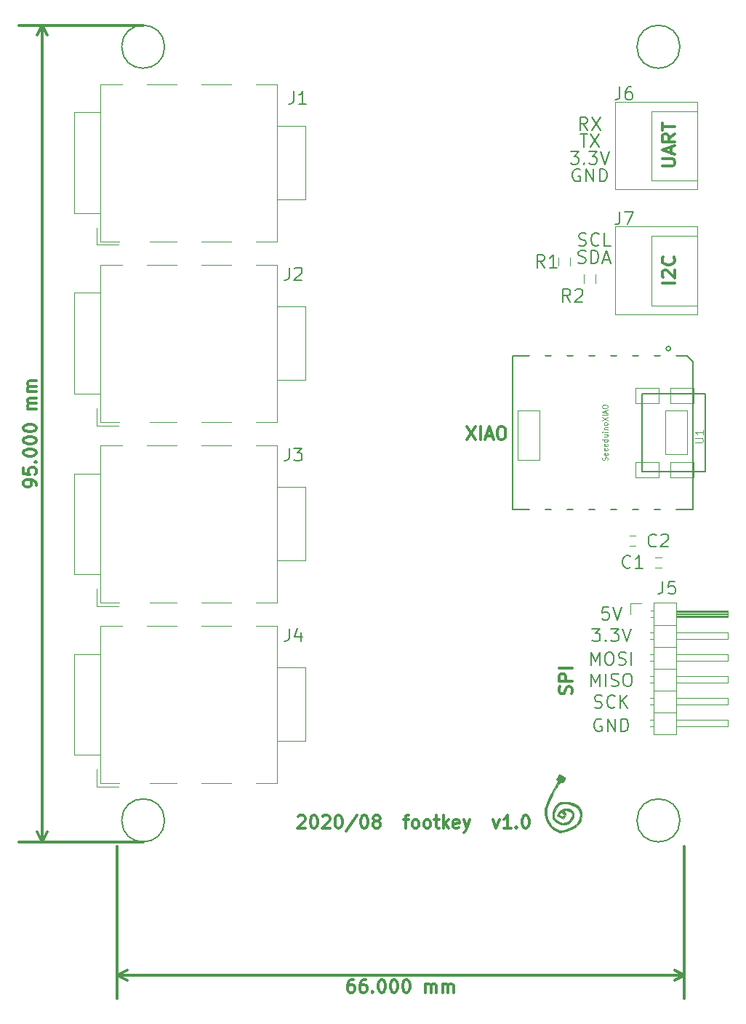
<source format=gto>
G04 #@! TF.FileFunction,Legend,Top*
%FSLAX46Y46*%
G04 Gerber Fmt 4.6, Leading zero omitted, Abs format (unit mm)*
G04 Created by KiCad (PCBNEW 4.0.7) date 09/24/20 20:34:46*
%MOMM*%
%LPD*%
G01*
G04 APERTURE LIST*
%ADD10C,0.200000*%
%ADD11C,0.300000*%
%ADD12C,0.150000*%
%ADD13C,0.002540*%
%ADD14C,0.100000*%
%ADD15C,0.120000*%
%ADD16C,0.127000*%
%ADD17C,0.066040*%
%ADD18C,0.101600*%
%ADD19C,0.076200*%
%ADD20C,1.524000*%
%ADD21R,1.200000X0.750000*%
%ADD22R,1.700000X1.700000*%
%ADD23O,1.700000X1.700000*%
%ADD24R,0.900000X1.200000*%
%ADD25O,1.998980X2.748280*%
%ADD26O,2.032000X1.016000*%
%ADD27C,1.143000*%
%ADD28C,3.000000*%
%ADD29R,3.000000X3.000000*%
G04 APERTURE END LIST*
D10*
D11*
X142078571Y-132071428D02*
X142078571Y-131785713D01*
X142007143Y-131642856D01*
X141935714Y-131571428D01*
X141721429Y-131428570D01*
X141435714Y-131357142D01*
X140864286Y-131357142D01*
X140721429Y-131428570D01*
X140650000Y-131499999D01*
X140578571Y-131642856D01*
X140578571Y-131928570D01*
X140650000Y-132071428D01*
X140721429Y-132142856D01*
X140864286Y-132214285D01*
X141221429Y-132214285D01*
X141364286Y-132142856D01*
X141435714Y-132071428D01*
X141507143Y-131928570D01*
X141507143Y-131642856D01*
X141435714Y-131499999D01*
X141364286Y-131428570D01*
X141221429Y-131357142D01*
X140578571Y-129999999D02*
X140578571Y-130714285D01*
X141292857Y-130785714D01*
X141221429Y-130714285D01*
X141150000Y-130571428D01*
X141150000Y-130214285D01*
X141221429Y-130071428D01*
X141292857Y-129999999D01*
X141435714Y-129928571D01*
X141792857Y-129928571D01*
X141935714Y-129999999D01*
X142007143Y-130071428D01*
X142078571Y-130214285D01*
X142078571Y-130571428D01*
X142007143Y-130714285D01*
X141935714Y-130785714D01*
X141935714Y-129285714D02*
X142007143Y-129214286D01*
X142078571Y-129285714D01*
X142007143Y-129357143D01*
X141935714Y-129285714D01*
X142078571Y-129285714D01*
X140578571Y-128285714D02*
X140578571Y-128142857D01*
X140650000Y-128000000D01*
X140721429Y-127928571D01*
X140864286Y-127857142D01*
X141150000Y-127785714D01*
X141507143Y-127785714D01*
X141792857Y-127857142D01*
X141935714Y-127928571D01*
X142007143Y-128000000D01*
X142078571Y-128142857D01*
X142078571Y-128285714D01*
X142007143Y-128428571D01*
X141935714Y-128500000D01*
X141792857Y-128571428D01*
X141507143Y-128642857D01*
X141150000Y-128642857D01*
X140864286Y-128571428D01*
X140721429Y-128500000D01*
X140650000Y-128428571D01*
X140578571Y-128285714D01*
X140578571Y-126857143D02*
X140578571Y-126714286D01*
X140650000Y-126571429D01*
X140721429Y-126500000D01*
X140864286Y-126428571D01*
X141150000Y-126357143D01*
X141507143Y-126357143D01*
X141792857Y-126428571D01*
X141935714Y-126500000D01*
X142007143Y-126571429D01*
X142078571Y-126714286D01*
X142078571Y-126857143D01*
X142007143Y-127000000D01*
X141935714Y-127071429D01*
X141792857Y-127142857D01*
X141507143Y-127214286D01*
X141150000Y-127214286D01*
X140864286Y-127142857D01*
X140721429Y-127071429D01*
X140650000Y-127000000D01*
X140578571Y-126857143D01*
X140578571Y-125428572D02*
X140578571Y-125285715D01*
X140650000Y-125142858D01*
X140721429Y-125071429D01*
X140864286Y-125000000D01*
X141150000Y-124928572D01*
X141507143Y-124928572D01*
X141792857Y-125000000D01*
X141935714Y-125071429D01*
X142007143Y-125142858D01*
X142078571Y-125285715D01*
X142078571Y-125428572D01*
X142007143Y-125571429D01*
X141935714Y-125642858D01*
X141792857Y-125714286D01*
X141507143Y-125785715D01*
X141150000Y-125785715D01*
X140864286Y-125714286D01*
X140721429Y-125642858D01*
X140650000Y-125571429D01*
X140578571Y-125428572D01*
X142078571Y-123142858D02*
X141078571Y-123142858D01*
X141221429Y-123142858D02*
X141150000Y-123071430D01*
X141078571Y-122928572D01*
X141078571Y-122714287D01*
X141150000Y-122571430D01*
X141292857Y-122500001D01*
X142078571Y-122500001D01*
X141292857Y-122500001D02*
X141150000Y-122428572D01*
X141078571Y-122285715D01*
X141078571Y-122071430D01*
X141150000Y-121928572D01*
X141292857Y-121857144D01*
X142078571Y-121857144D01*
X142078571Y-121142858D02*
X141078571Y-121142858D01*
X141221429Y-121142858D02*
X141150000Y-121071430D01*
X141078571Y-120928572D01*
X141078571Y-120714287D01*
X141150000Y-120571430D01*
X141292857Y-120500001D01*
X142078571Y-120500001D01*
X141292857Y-120500001D02*
X141150000Y-120428572D01*
X141078571Y-120285715D01*
X141078571Y-120071430D01*
X141150000Y-119928572D01*
X141292857Y-119857144D01*
X142078571Y-119857144D01*
X142750000Y-173500000D02*
X142750000Y-78500000D01*
X154500000Y-173500000D02*
X140050000Y-173500000D01*
X154500000Y-78500000D02*
X140050000Y-78500000D01*
X142750000Y-78500000D02*
X143336421Y-79626504D01*
X142750000Y-78500000D02*
X142163579Y-79626504D01*
X142750000Y-173500000D02*
X143336421Y-172373496D01*
X142750000Y-173500000D02*
X142163579Y-172373496D01*
X192214286Y-125178571D02*
X193214286Y-126678571D01*
X193214286Y-125178571D02*
X192214286Y-126678571D01*
X193785714Y-126678571D02*
X193785714Y-125178571D01*
X194428571Y-126250000D02*
X195142857Y-126250000D01*
X194285714Y-126678571D02*
X194785714Y-125178571D01*
X195285714Y-126678571D01*
X196071428Y-125178571D02*
X196357142Y-125178571D01*
X196500000Y-125250000D01*
X196642857Y-125392857D01*
X196714285Y-125678571D01*
X196714285Y-126178571D01*
X196642857Y-126464286D01*
X196500000Y-126607143D01*
X196357142Y-126678571D01*
X196071428Y-126678571D01*
X195928571Y-126607143D01*
X195785714Y-126464286D01*
X195714285Y-126178571D01*
X195714285Y-125678571D01*
X195785714Y-125392857D01*
X195928571Y-125250000D01*
X196071428Y-125178571D01*
X204357143Y-156285714D02*
X204428571Y-156071428D01*
X204428571Y-155714285D01*
X204357143Y-155571428D01*
X204285714Y-155499999D01*
X204142857Y-155428571D01*
X204000000Y-155428571D01*
X203857143Y-155499999D01*
X203785714Y-155571428D01*
X203714286Y-155714285D01*
X203642857Y-155999999D01*
X203571429Y-156142857D01*
X203500000Y-156214285D01*
X203357143Y-156285714D01*
X203214286Y-156285714D01*
X203071429Y-156214285D01*
X203000000Y-156142857D01*
X202928571Y-155999999D01*
X202928571Y-155642857D01*
X203000000Y-155428571D01*
X204428571Y-154785714D02*
X202928571Y-154785714D01*
X202928571Y-154214286D01*
X203000000Y-154071428D01*
X203071429Y-154000000D01*
X203214286Y-153928571D01*
X203428571Y-153928571D01*
X203571429Y-154000000D01*
X203642857Y-154071428D01*
X203714286Y-154214286D01*
X203714286Y-154785714D01*
X204428571Y-153285714D02*
X202928571Y-153285714D01*
X216428571Y-108464285D02*
X214928571Y-108464285D01*
X215071429Y-107821428D02*
X215000000Y-107749999D01*
X214928571Y-107607142D01*
X214928571Y-107249999D01*
X215000000Y-107107142D01*
X215071429Y-107035713D01*
X215214286Y-106964285D01*
X215357143Y-106964285D01*
X215571429Y-107035713D01*
X216428571Y-107892856D01*
X216428571Y-106964285D01*
X216285714Y-105464285D02*
X216357143Y-105535714D01*
X216428571Y-105750000D01*
X216428571Y-105892857D01*
X216357143Y-106107142D01*
X216214286Y-106250000D01*
X216071429Y-106321428D01*
X215785714Y-106392857D01*
X215571429Y-106392857D01*
X215285714Y-106321428D01*
X215142857Y-106250000D01*
X215000000Y-106107142D01*
X214928571Y-105892857D01*
X214928571Y-105750000D01*
X215000000Y-105535714D01*
X215071429Y-105464285D01*
D10*
X208714287Y-146178571D02*
X208000001Y-146178571D01*
X207928572Y-146892857D01*
X208000001Y-146821429D01*
X208142858Y-146750000D01*
X208500001Y-146750000D01*
X208642858Y-146821429D01*
X208714287Y-146892857D01*
X208785715Y-147035714D01*
X208785715Y-147392857D01*
X208714287Y-147535714D01*
X208642858Y-147607143D01*
X208500001Y-147678571D01*
X208142858Y-147678571D01*
X208000001Y-147607143D01*
X207928572Y-147535714D01*
X209214286Y-146178571D02*
X209714286Y-147678571D01*
X210214286Y-146178571D01*
X206785715Y-148678571D02*
X207714286Y-148678571D01*
X207214286Y-149250000D01*
X207428572Y-149250000D01*
X207571429Y-149321429D01*
X207642858Y-149392857D01*
X207714286Y-149535714D01*
X207714286Y-149892857D01*
X207642858Y-150035714D01*
X207571429Y-150107143D01*
X207428572Y-150178571D01*
X207000000Y-150178571D01*
X206857143Y-150107143D01*
X206785715Y-150035714D01*
X208357143Y-150035714D02*
X208428571Y-150107143D01*
X208357143Y-150178571D01*
X208285714Y-150107143D01*
X208357143Y-150035714D01*
X208357143Y-150178571D01*
X208928572Y-148678571D02*
X209857143Y-148678571D01*
X209357143Y-149250000D01*
X209571429Y-149250000D01*
X209714286Y-149321429D01*
X209785715Y-149392857D01*
X209857143Y-149535714D01*
X209857143Y-149892857D01*
X209785715Y-150035714D01*
X209714286Y-150107143D01*
X209571429Y-150178571D01*
X209142857Y-150178571D01*
X209000000Y-150107143D01*
X208928572Y-150035714D01*
X210285714Y-148678571D02*
X210785714Y-150178571D01*
X211285714Y-148678571D01*
X206642857Y-152928571D02*
X206642857Y-151428571D01*
X207142857Y-152500000D01*
X207642857Y-151428571D01*
X207642857Y-152928571D01*
X208642857Y-151428571D02*
X208928571Y-151428571D01*
X209071429Y-151500000D01*
X209214286Y-151642857D01*
X209285714Y-151928571D01*
X209285714Y-152428571D01*
X209214286Y-152714286D01*
X209071429Y-152857143D01*
X208928571Y-152928571D01*
X208642857Y-152928571D01*
X208500000Y-152857143D01*
X208357143Y-152714286D01*
X208285714Y-152428571D01*
X208285714Y-151928571D01*
X208357143Y-151642857D01*
X208500000Y-151500000D01*
X208642857Y-151428571D01*
X209857143Y-152857143D02*
X210071429Y-152928571D01*
X210428572Y-152928571D01*
X210571429Y-152857143D01*
X210642858Y-152785714D01*
X210714286Y-152642857D01*
X210714286Y-152500000D01*
X210642858Y-152357143D01*
X210571429Y-152285714D01*
X210428572Y-152214286D01*
X210142858Y-152142857D01*
X210000000Y-152071429D01*
X209928572Y-152000000D01*
X209857143Y-151857143D01*
X209857143Y-151714286D01*
X209928572Y-151571429D01*
X210000000Y-151500000D01*
X210142858Y-151428571D01*
X210500000Y-151428571D01*
X210714286Y-151500000D01*
X211357143Y-152928571D02*
X211357143Y-151428571D01*
X206642857Y-155428571D02*
X206642857Y-153928571D01*
X207142857Y-155000000D01*
X207642857Y-153928571D01*
X207642857Y-155428571D01*
X208357143Y-155428571D02*
X208357143Y-153928571D01*
X209000000Y-155357143D02*
X209214286Y-155428571D01*
X209571429Y-155428571D01*
X209714286Y-155357143D01*
X209785715Y-155285714D01*
X209857143Y-155142857D01*
X209857143Y-155000000D01*
X209785715Y-154857143D01*
X209714286Y-154785714D01*
X209571429Y-154714286D01*
X209285715Y-154642857D01*
X209142857Y-154571429D01*
X209071429Y-154500000D01*
X209000000Y-154357143D01*
X209000000Y-154214286D01*
X209071429Y-154071429D01*
X209142857Y-154000000D01*
X209285715Y-153928571D01*
X209642857Y-153928571D01*
X209857143Y-154000000D01*
X210785714Y-153928571D02*
X211071428Y-153928571D01*
X211214286Y-154000000D01*
X211357143Y-154142857D01*
X211428571Y-154428571D01*
X211428571Y-154928571D01*
X211357143Y-155214286D01*
X211214286Y-155357143D01*
X211071428Y-155428571D01*
X210785714Y-155428571D01*
X210642857Y-155357143D01*
X210500000Y-155214286D01*
X210428571Y-154928571D01*
X210428571Y-154428571D01*
X210500000Y-154142857D01*
X210642857Y-154000000D01*
X210785714Y-153928571D01*
X207071429Y-157857143D02*
X207285715Y-157928571D01*
X207642858Y-157928571D01*
X207785715Y-157857143D01*
X207857144Y-157785714D01*
X207928572Y-157642857D01*
X207928572Y-157500000D01*
X207857144Y-157357143D01*
X207785715Y-157285714D01*
X207642858Y-157214286D01*
X207357144Y-157142857D01*
X207214286Y-157071429D01*
X207142858Y-157000000D01*
X207071429Y-156857143D01*
X207071429Y-156714286D01*
X207142858Y-156571429D01*
X207214286Y-156500000D01*
X207357144Y-156428571D01*
X207714286Y-156428571D01*
X207928572Y-156500000D01*
X209428572Y-157785714D02*
X209357143Y-157857143D01*
X209142857Y-157928571D01*
X209000000Y-157928571D01*
X208785715Y-157857143D01*
X208642857Y-157714286D01*
X208571429Y-157571429D01*
X208500000Y-157285714D01*
X208500000Y-157071429D01*
X208571429Y-156785714D01*
X208642857Y-156642857D01*
X208785715Y-156500000D01*
X209000000Y-156428571D01*
X209142857Y-156428571D01*
X209357143Y-156500000D01*
X209428572Y-156571429D01*
X210071429Y-157928571D02*
X210071429Y-156428571D01*
X210928572Y-157928571D02*
X210285715Y-157071429D01*
X210928572Y-156428571D02*
X210071429Y-157285714D01*
X207857143Y-159250000D02*
X207714286Y-159178571D01*
X207500000Y-159178571D01*
X207285715Y-159250000D01*
X207142857Y-159392857D01*
X207071429Y-159535714D01*
X207000000Y-159821429D01*
X207000000Y-160035714D01*
X207071429Y-160321429D01*
X207142857Y-160464286D01*
X207285715Y-160607143D01*
X207500000Y-160678571D01*
X207642857Y-160678571D01*
X207857143Y-160607143D01*
X207928572Y-160535714D01*
X207928572Y-160035714D01*
X207642857Y-160035714D01*
X208571429Y-160678571D02*
X208571429Y-159178571D01*
X209428572Y-160678571D01*
X209428572Y-159178571D01*
X210142858Y-160678571D02*
X210142858Y-159178571D01*
X210500001Y-159178571D01*
X210714286Y-159250000D01*
X210857144Y-159392857D01*
X210928572Y-159535714D01*
X211000001Y-159821429D01*
X211000001Y-160035714D01*
X210928572Y-160321429D01*
X210857144Y-160464286D01*
X210714286Y-160607143D01*
X210500001Y-160678571D01*
X210142858Y-160678571D01*
X205178572Y-106107143D02*
X205392858Y-106178571D01*
X205750001Y-106178571D01*
X205892858Y-106107143D01*
X205964287Y-106035714D01*
X206035715Y-105892857D01*
X206035715Y-105750000D01*
X205964287Y-105607143D01*
X205892858Y-105535714D01*
X205750001Y-105464286D01*
X205464287Y-105392857D01*
X205321429Y-105321429D01*
X205250001Y-105250000D01*
X205178572Y-105107143D01*
X205178572Y-104964286D01*
X205250001Y-104821429D01*
X205321429Y-104750000D01*
X205464287Y-104678571D01*
X205821429Y-104678571D01*
X206035715Y-104750000D01*
X206678572Y-106178571D02*
X206678572Y-104678571D01*
X207035715Y-104678571D01*
X207250000Y-104750000D01*
X207392858Y-104892857D01*
X207464286Y-105035714D01*
X207535715Y-105321429D01*
X207535715Y-105535714D01*
X207464286Y-105821429D01*
X207392858Y-105964286D01*
X207250000Y-106107143D01*
X207035715Y-106178571D01*
X206678572Y-106178571D01*
X208107143Y-105750000D02*
X208821429Y-105750000D01*
X207964286Y-106178571D02*
X208464286Y-104678571D01*
X208964286Y-106178571D01*
X205214286Y-104107143D02*
X205428572Y-104178571D01*
X205785715Y-104178571D01*
X205928572Y-104107143D01*
X206000001Y-104035714D01*
X206071429Y-103892857D01*
X206071429Y-103750000D01*
X206000001Y-103607143D01*
X205928572Y-103535714D01*
X205785715Y-103464286D01*
X205500001Y-103392857D01*
X205357143Y-103321429D01*
X205285715Y-103250000D01*
X205214286Y-103107143D01*
X205214286Y-102964286D01*
X205285715Y-102821429D01*
X205357143Y-102750000D01*
X205500001Y-102678571D01*
X205857143Y-102678571D01*
X206071429Y-102750000D01*
X207571429Y-104035714D02*
X207500000Y-104107143D01*
X207285714Y-104178571D01*
X207142857Y-104178571D01*
X206928572Y-104107143D01*
X206785714Y-103964286D01*
X206714286Y-103821429D01*
X206642857Y-103535714D01*
X206642857Y-103321429D01*
X206714286Y-103035714D01*
X206785714Y-102892857D01*
X206928572Y-102750000D01*
X207142857Y-102678571D01*
X207285714Y-102678571D01*
X207500000Y-102750000D01*
X207571429Y-102821429D01*
X208928572Y-104178571D02*
X208214286Y-104178571D01*
X208214286Y-102678571D01*
X205357143Y-95250000D02*
X205214286Y-95178571D01*
X205000000Y-95178571D01*
X204785715Y-95250000D01*
X204642857Y-95392857D01*
X204571429Y-95535714D01*
X204500000Y-95821429D01*
X204500000Y-96035714D01*
X204571429Y-96321429D01*
X204642857Y-96464286D01*
X204785715Y-96607143D01*
X205000000Y-96678571D01*
X205142857Y-96678571D01*
X205357143Y-96607143D01*
X205428572Y-96535714D01*
X205428572Y-96035714D01*
X205142857Y-96035714D01*
X206071429Y-96678571D02*
X206071429Y-95178571D01*
X206928572Y-96678571D01*
X206928572Y-95178571D01*
X207642858Y-96678571D02*
X207642858Y-95178571D01*
X208000001Y-95178571D01*
X208214286Y-95250000D01*
X208357144Y-95392857D01*
X208428572Y-95535714D01*
X208500001Y-95821429D01*
X208500001Y-96035714D01*
X208428572Y-96321429D01*
X208357144Y-96464286D01*
X208214286Y-96607143D01*
X208000001Y-96678571D01*
X207642858Y-96678571D01*
X204285715Y-93178571D02*
X205214286Y-93178571D01*
X204714286Y-93750000D01*
X204928572Y-93750000D01*
X205071429Y-93821429D01*
X205142858Y-93892857D01*
X205214286Y-94035714D01*
X205214286Y-94392857D01*
X205142858Y-94535714D01*
X205071429Y-94607143D01*
X204928572Y-94678571D01*
X204500000Y-94678571D01*
X204357143Y-94607143D01*
X204285715Y-94535714D01*
X205857143Y-94535714D02*
X205928571Y-94607143D01*
X205857143Y-94678571D01*
X205785714Y-94607143D01*
X205857143Y-94535714D01*
X205857143Y-94678571D01*
X206428572Y-93178571D02*
X207357143Y-93178571D01*
X206857143Y-93750000D01*
X207071429Y-93750000D01*
X207214286Y-93821429D01*
X207285715Y-93892857D01*
X207357143Y-94035714D01*
X207357143Y-94392857D01*
X207285715Y-94535714D01*
X207214286Y-94607143D01*
X207071429Y-94678571D01*
X206642857Y-94678571D01*
X206500000Y-94607143D01*
X206428572Y-94535714D01*
X207785714Y-93178571D02*
X208285714Y-94678571D01*
X208785714Y-93178571D01*
X205357143Y-91178571D02*
X206214286Y-91178571D01*
X205785715Y-92678571D02*
X205785715Y-91178571D01*
X206571429Y-91178571D02*
X207571429Y-92678571D01*
X207571429Y-91178571D02*
X206571429Y-92678571D01*
X206250001Y-90678571D02*
X205750001Y-89964286D01*
X205392858Y-90678571D02*
X205392858Y-89178571D01*
X205964286Y-89178571D01*
X206107144Y-89250000D01*
X206178572Y-89321429D01*
X206250001Y-89464286D01*
X206250001Y-89678571D01*
X206178572Y-89821429D01*
X206107144Y-89892857D01*
X205964286Y-89964286D01*
X205392858Y-89964286D01*
X206750001Y-89178571D02*
X207750001Y-90678571D01*
X207750001Y-89178571D02*
X206750001Y-90678571D01*
D11*
X179000001Y-189528571D02*
X178714287Y-189528571D01*
X178571430Y-189600000D01*
X178500001Y-189671429D01*
X178357144Y-189885714D01*
X178285715Y-190171429D01*
X178285715Y-190742857D01*
X178357144Y-190885714D01*
X178428572Y-190957143D01*
X178571430Y-191028571D01*
X178857144Y-191028571D01*
X179000001Y-190957143D01*
X179071430Y-190885714D01*
X179142858Y-190742857D01*
X179142858Y-190385714D01*
X179071430Y-190242857D01*
X179000001Y-190171429D01*
X178857144Y-190100000D01*
X178571430Y-190100000D01*
X178428572Y-190171429D01*
X178357144Y-190242857D01*
X178285715Y-190385714D01*
X180428572Y-189528571D02*
X180142858Y-189528571D01*
X180000001Y-189600000D01*
X179928572Y-189671429D01*
X179785715Y-189885714D01*
X179714286Y-190171429D01*
X179714286Y-190742857D01*
X179785715Y-190885714D01*
X179857143Y-190957143D01*
X180000001Y-191028571D01*
X180285715Y-191028571D01*
X180428572Y-190957143D01*
X180500001Y-190885714D01*
X180571429Y-190742857D01*
X180571429Y-190385714D01*
X180500001Y-190242857D01*
X180428572Y-190171429D01*
X180285715Y-190100000D01*
X180000001Y-190100000D01*
X179857143Y-190171429D01*
X179785715Y-190242857D01*
X179714286Y-190385714D01*
X181214286Y-190885714D02*
X181285714Y-190957143D01*
X181214286Y-191028571D01*
X181142857Y-190957143D01*
X181214286Y-190885714D01*
X181214286Y-191028571D01*
X182214286Y-189528571D02*
X182357143Y-189528571D01*
X182500000Y-189600000D01*
X182571429Y-189671429D01*
X182642858Y-189814286D01*
X182714286Y-190100000D01*
X182714286Y-190457143D01*
X182642858Y-190742857D01*
X182571429Y-190885714D01*
X182500000Y-190957143D01*
X182357143Y-191028571D01*
X182214286Y-191028571D01*
X182071429Y-190957143D01*
X182000000Y-190885714D01*
X181928572Y-190742857D01*
X181857143Y-190457143D01*
X181857143Y-190100000D01*
X181928572Y-189814286D01*
X182000000Y-189671429D01*
X182071429Y-189600000D01*
X182214286Y-189528571D01*
X183642857Y-189528571D02*
X183785714Y-189528571D01*
X183928571Y-189600000D01*
X184000000Y-189671429D01*
X184071429Y-189814286D01*
X184142857Y-190100000D01*
X184142857Y-190457143D01*
X184071429Y-190742857D01*
X184000000Y-190885714D01*
X183928571Y-190957143D01*
X183785714Y-191028571D01*
X183642857Y-191028571D01*
X183500000Y-190957143D01*
X183428571Y-190885714D01*
X183357143Y-190742857D01*
X183285714Y-190457143D01*
X183285714Y-190100000D01*
X183357143Y-189814286D01*
X183428571Y-189671429D01*
X183500000Y-189600000D01*
X183642857Y-189528571D01*
X185071428Y-189528571D02*
X185214285Y-189528571D01*
X185357142Y-189600000D01*
X185428571Y-189671429D01*
X185500000Y-189814286D01*
X185571428Y-190100000D01*
X185571428Y-190457143D01*
X185500000Y-190742857D01*
X185428571Y-190885714D01*
X185357142Y-190957143D01*
X185214285Y-191028571D01*
X185071428Y-191028571D01*
X184928571Y-190957143D01*
X184857142Y-190885714D01*
X184785714Y-190742857D01*
X184714285Y-190457143D01*
X184714285Y-190100000D01*
X184785714Y-189814286D01*
X184857142Y-189671429D01*
X184928571Y-189600000D01*
X185071428Y-189528571D01*
X187357142Y-191028571D02*
X187357142Y-190028571D01*
X187357142Y-190171429D02*
X187428570Y-190100000D01*
X187571428Y-190028571D01*
X187785713Y-190028571D01*
X187928570Y-190100000D01*
X187999999Y-190242857D01*
X187999999Y-191028571D01*
X187999999Y-190242857D02*
X188071428Y-190100000D01*
X188214285Y-190028571D01*
X188428570Y-190028571D01*
X188571428Y-190100000D01*
X188642856Y-190242857D01*
X188642856Y-191028571D01*
X189357142Y-191028571D02*
X189357142Y-190028571D01*
X189357142Y-190171429D02*
X189428570Y-190100000D01*
X189571428Y-190028571D01*
X189785713Y-190028571D01*
X189928570Y-190100000D01*
X189999999Y-190242857D01*
X189999999Y-191028571D01*
X189999999Y-190242857D02*
X190071428Y-190100000D01*
X190214285Y-190028571D01*
X190428570Y-190028571D01*
X190571428Y-190100000D01*
X190642856Y-190242857D01*
X190642856Y-191028571D01*
X151500000Y-189000000D02*
X217500000Y-189000000D01*
X151500000Y-174000000D02*
X151500000Y-191700000D01*
X217500000Y-174000000D02*
X217500000Y-191700000D01*
X217500000Y-189000000D02*
X216373496Y-189586421D01*
X217500000Y-189000000D02*
X216373496Y-188413579D01*
X151500000Y-189000000D02*
X152626504Y-189586421D01*
X151500000Y-189000000D02*
X152626504Y-188413579D01*
X214928571Y-94892857D02*
X216142857Y-94892857D01*
X216285714Y-94821429D01*
X216357143Y-94750000D01*
X216428571Y-94607143D01*
X216428571Y-94321429D01*
X216357143Y-94178571D01*
X216285714Y-94107143D01*
X216142857Y-94035714D01*
X214928571Y-94035714D01*
X216000000Y-93392857D02*
X216000000Y-92678571D01*
X216428571Y-93535714D02*
X214928571Y-93035714D01*
X216428571Y-92535714D01*
X216428571Y-91178571D02*
X215714286Y-91678571D01*
X216428571Y-92035714D02*
X214928571Y-92035714D01*
X214928571Y-91464286D01*
X215000000Y-91321428D01*
X215071429Y-91250000D01*
X215214286Y-91178571D01*
X215428571Y-91178571D01*
X215571429Y-91250000D01*
X215642857Y-91321428D01*
X215714286Y-91464286D01*
X215714286Y-92035714D01*
X214928571Y-90750000D02*
X214928571Y-89892857D01*
X216428571Y-90321428D02*
X214928571Y-90321428D01*
X172535716Y-170571429D02*
X172607145Y-170500000D01*
X172750002Y-170428571D01*
X173107145Y-170428571D01*
X173250002Y-170500000D01*
X173321431Y-170571429D01*
X173392859Y-170714286D01*
X173392859Y-170857143D01*
X173321431Y-171071429D01*
X172464288Y-171928571D01*
X173392859Y-171928571D01*
X174321430Y-170428571D02*
X174464287Y-170428571D01*
X174607144Y-170500000D01*
X174678573Y-170571429D01*
X174750002Y-170714286D01*
X174821430Y-171000000D01*
X174821430Y-171357143D01*
X174750002Y-171642857D01*
X174678573Y-171785714D01*
X174607144Y-171857143D01*
X174464287Y-171928571D01*
X174321430Y-171928571D01*
X174178573Y-171857143D01*
X174107144Y-171785714D01*
X174035716Y-171642857D01*
X173964287Y-171357143D01*
X173964287Y-171000000D01*
X174035716Y-170714286D01*
X174107144Y-170571429D01*
X174178573Y-170500000D01*
X174321430Y-170428571D01*
X175392858Y-170571429D02*
X175464287Y-170500000D01*
X175607144Y-170428571D01*
X175964287Y-170428571D01*
X176107144Y-170500000D01*
X176178573Y-170571429D01*
X176250001Y-170714286D01*
X176250001Y-170857143D01*
X176178573Y-171071429D01*
X175321430Y-171928571D01*
X176250001Y-171928571D01*
X177178572Y-170428571D02*
X177321429Y-170428571D01*
X177464286Y-170500000D01*
X177535715Y-170571429D01*
X177607144Y-170714286D01*
X177678572Y-171000000D01*
X177678572Y-171357143D01*
X177607144Y-171642857D01*
X177535715Y-171785714D01*
X177464286Y-171857143D01*
X177321429Y-171928571D01*
X177178572Y-171928571D01*
X177035715Y-171857143D01*
X176964286Y-171785714D01*
X176892858Y-171642857D01*
X176821429Y-171357143D01*
X176821429Y-171000000D01*
X176892858Y-170714286D01*
X176964286Y-170571429D01*
X177035715Y-170500000D01*
X177178572Y-170428571D01*
X179392857Y-170357143D02*
X178107143Y-172285714D01*
X180178572Y-170428571D02*
X180321429Y-170428571D01*
X180464286Y-170500000D01*
X180535715Y-170571429D01*
X180607144Y-170714286D01*
X180678572Y-171000000D01*
X180678572Y-171357143D01*
X180607144Y-171642857D01*
X180535715Y-171785714D01*
X180464286Y-171857143D01*
X180321429Y-171928571D01*
X180178572Y-171928571D01*
X180035715Y-171857143D01*
X179964286Y-171785714D01*
X179892858Y-171642857D01*
X179821429Y-171357143D01*
X179821429Y-171000000D01*
X179892858Y-170714286D01*
X179964286Y-170571429D01*
X180035715Y-170500000D01*
X180178572Y-170428571D01*
X181535715Y-171071429D02*
X181392857Y-171000000D01*
X181321429Y-170928571D01*
X181250000Y-170785714D01*
X181250000Y-170714286D01*
X181321429Y-170571429D01*
X181392857Y-170500000D01*
X181535715Y-170428571D01*
X181821429Y-170428571D01*
X181964286Y-170500000D01*
X182035715Y-170571429D01*
X182107143Y-170714286D01*
X182107143Y-170785714D01*
X182035715Y-170928571D01*
X181964286Y-171000000D01*
X181821429Y-171071429D01*
X181535715Y-171071429D01*
X181392857Y-171142857D01*
X181321429Y-171214286D01*
X181250000Y-171357143D01*
X181250000Y-171642857D01*
X181321429Y-171785714D01*
X181392857Y-171857143D01*
X181535715Y-171928571D01*
X181821429Y-171928571D01*
X181964286Y-171857143D01*
X182035715Y-171785714D01*
X182107143Y-171642857D01*
X182107143Y-171357143D01*
X182035715Y-171214286D01*
X181964286Y-171142857D01*
X181821429Y-171071429D01*
X184821428Y-170928571D02*
X185392857Y-170928571D01*
X185035714Y-171928571D02*
X185035714Y-170642857D01*
X185107142Y-170500000D01*
X185250000Y-170428571D01*
X185392857Y-170428571D01*
X186107143Y-171928571D02*
X185964285Y-171857143D01*
X185892857Y-171785714D01*
X185821428Y-171642857D01*
X185821428Y-171214286D01*
X185892857Y-171071429D01*
X185964285Y-171000000D01*
X186107143Y-170928571D01*
X186321428Y-170928571D01*
X186464285Y-171000000D01*
X186535714Y-171071429D01*
X186607143Y-171214286D01*
X186607143Y-171642857D01*
X186535714Y-171785714D01*
X186464285Y-171857143D01*
X186321428Y-171928571D01*
X186107143Y-171928571D01*
X187464286Y-171928571D02*
X187321428Y-171857143D01*
X187250000Y-171785714D01*
X187178571Y-171642857D01*
X187178571Y-171214286D01*
X187250000Y-171071429D01*
X187321428Y-171000000D01*
X187464286Y-170928571D01*
X187678571Y-170928571D01*
X187821428Y-171000000D01*
X187892857Y-171071429D01*
X187964286Y-171214286D01*
X187964286Y-171642857D01*
X187892857Y-171785714D01*
X187821428Y-171857143D01*
X187678571Y-171928571D01*
X187464286Y-171928571D01*
X188392857Y-170928571D02*
X188964286Y-170928571D01*
X188607143Y-170428571D02*
X188607143Y-171714286D01*
X188678571Y-171857143D01*
X188821429Y-171928571D01*
X188964286Y-171928571D01*
X189464286Y-171928571D02*
X189464286Y-170428571D01*
X189607143Y-171357143D02*
X190035714Y-171928571D01*
X190035714Y-170928571D02*
X189464286Y-171500000D01*
X191250000Y-171857143D02*
X191107143Y-171928571D01*
X190821429Y-171928571D01*
X190678572Y-171857143D01*
X190607143Y-171714286D01*
X190607143Y-171142857D01*
X190678572Y-171000000D01*
X190821429Y-170928571D01*
X191107143Y-170928571D01*
X191250000Y-171000000D01*
X191321429Y-171142857D01*
X191321429Y-171285714D01*
X190607143Y-171428571D01*
X191821429Y-170928571D02*
X192178572Y-171928571D01*
X192535714Y-170928571D02*
X192178572Y-171928571D01*
X192035714Y-172285714D01*
X191964286Y-172357143D01*
X191821429Y-172428571D01*
X195250000Y-170928571D02*
X195607143Y-171928571D01*
X195964285Y-170928571D01*
X197321428Y-171928571D02*
X196464285Y-171928571D01*
X196892857Y-171928571D02*
X196892857Y-170428571D01*
X196750000Y-170642857D01*
X196607142Y-170785714D01*
X196464285Y-170857143D01*
X197964285Y-171785714D02*
X198035713Y-171857143D01*
X197964285Y-171928571D01*
X197892856Y-171857143D01*
X197964285Y-171785714D01*
X197964285Y-171928571D01*
X198964285Y-170428571D02*
X199107142Y-170428571D01*
X199249999Y-170500000D01*
X199321428Y-170571429D01*
X199392857Y-170714286D01*
X199464285Y-171000000D01*
X199464285Y-171357143D01*
X199392857Y-171642857D01*
X199321428Y-171785714D01*
X199249999Y-171857143D01*
X199107142Y-171928571D01*
X198964285Y-171928571D01*
X198821428Y-171857143D01*
X198749999Y-171785714D01*
X198678571Y-171642857D01*
X198607142Y-171357143D01*
X198607142Y-171000000D01*
X198678571Y-170714286D01*
X198749999Y-170571429D01*
X198821428Y-170500000D01*
X198964285Y-170428571D01*
D12*
X217000000Y-81000000D02*
G75*
G03X217000000Y-81000000I-2500000J0D01*
G01*
X217000000Y-171000000D02*
G75*
G03X217000000Y-171000000I-2500000J0D01*
G01*
X157000000Y-171000000D02*
G75*
G03X157000000Y-171000000I-2500000J0D01*
G01*
X157000000Y-81000000D02*
G75*
G03X157000000Y-81000000I-2500000J0D01*
G01*
D13*
G36*
X201236860Y-169985520D02*
X201247020Y-170270000D01*
X201318140Y-170584960D01*
X201325760Y-170612900D01*
X201541660Y-171153920D01*
X201838840Y-171623820D01*
X202196980Y-171999740D01*
X202593220Y-172258820D01*
X203004700Y-172380740D01*
X203113920Y-172385820D01*
X203370460Y-172355340D01*
X203710820Y-172279140D01*
X204043560Y-172177540D01*
X204645540Y-171908300D01*
X205092580Y-171580640D01*
X205382140Y-171197100D01*
X205382140Y-171194560D01*
X205481200Y-170889760D01*
X205526920Y-170501140D01*
X205521840Y-170094740D01*
X205463420Y-169744220D01*
X205405000Y-169596900D01*
X205196720Y-169353060D01*
X204863980Y-169147320D01*
X204449960Y-168982220D01*
X203997840Y-168875540D01*
X203550800Y-168832360D01*
X203154560Y-168862840D01*
X202849760Y-168982220D01*
X202837060Y-168989840D01*
X202588140Y-169243840D01*
X202369700Y-169604520D01*
X202212220Y-170008380D01*
X202146180Y-170389380D01*
X202143640Y-170422400D01*
X202169040Y-170694180D01*
X202268100Y-170899920D01*
X202425580Y-171075180D01*
X202786260Y-171336800D01*
X203202820Y-171479040D01*
X203629540Y-171499360D01*
X204023240Y-171392680D01*
X204213740Y-171275840D01*
X204389000Y-171067560D01*
X204543940Y-170770380D01*
X204648080Y-170455420D01*
X204670940Y-170191260D01*
X204670940Y-170183640D01*
X204564260Y-169965200D01*
X204343280Y-169784860D01*
X204058800Y-169657860D01*
X203761620Y-169604520D01*
X203502540Y-169642620D01*
X203385700Y-169718820D01*
X203228220Y-169812800D01*
X203116460Y-169815340D01*
X202992000Y-169850900D01*
X202849760Y-170051560D01*
X202821820Y-170102360D01*
X202651640Y-170435100D01*
X202956440Y-170590040D01*
X202956440Y-170336040D01*
X202989460Y-170191260D01*
X202992000Y-170183640D01*
X203080900Y-170074420D01*
X203210440Y-170084580D01*
X203289180Y-170117600D01*
X203464440Y-170247140D01*
X203492380Y-170394460D01*
X203444120Y-170468120D01*
X203309500Y-170521460D01*
X203103760Y-170452880D01*
X203070740Y-170435100D01*
X202956440Y-170336040D01*
X202956440Y-170590040D01*
X203065660Y-170645920D01*
X203477140Y-170854200D01*
X203629540Y-170518920D01*
X203718440Y-170305560D01*
X203736220Y-170188720D01*
X203677800Y-170107440D01*
X203619380Y-170061720D01*
X203512700Y-169937260D01*
X203545720Y-169853440D01*
X203690500Y-169812800D01*
X203914020Y-169843280D01*
X204157860Y-169934720D01*
X204353440Y-170064260D01*
X204378840Y-170092200D01*
X204462660Y-170203960D01*
X204477900Y-170318260D01*
X204422020Y-170501140D01*
X204381380Y-170600200D01*
X204244220Y-170861820D01*
X204074040Y-171077720D01*
X204028320Y-171118360D01*
X203723520Y-171260600D01*
X203360300Y-171283460D01*
X202992000Y-171199640D01*
X202666880Y-171019300D01*
X202458600Y-170785620D01*
X202351920Y-170562100D01*
X202326520Y-170351280D01*
X202387480Y-170102360D01*
X202517020Y-169797560D01*
X202765940Y-169383540D01*
X203060580Y-169116840D01*
X203383160Y-169005080D01*
X203446660Y-169002540D01*
X203781940Y-169038100D01*
X204188340Y-169132080D01*
X204589660Y-169264160D01*
X204838580Y-169373380D01*
X205117980Y-169607060D01*
X205293240Y-169942340D01*
X205356740Y-170346200D01*
X205300860Y-170783080D01*
X205171320Y-171120900D01*
X205036700Y-171346960D01*
X204863980Y-171519680D01*
X204607440Y-171682240D01*
X204429640Y-171773680D01*
X203878460Y-172007360D01*
X203373000Y-172136900D01*
X202943740Y-172154680D01*
X202788800Y-172124200D01*
X202443360Y-171951480D01*
X202118240Y-171644140D01*
X201836300Y-171240280D01*
X201622940Y-170778000D01*
X201498480Y-170292860D01*
X201483240Y-170135380D01*
X201475620Y-169845820D01*
X201506100Y-169586740D01*
X201584840Y-169302260D01*
X201727080Y-168926340D01*
X201734700Y-168906020D01*
X201907420Y-168517400D01*
X202136020Y-168057660D01*
X202379860Y-167597920D01*
X202509400Y-167369320D01*
X202727840Y-167008640D01*
X202882780Y-166774960D01*
X202997080Y-166640340D01*
X203091060Y-166587000D01*
X203182500Y-166589540D01*
X203187580Y-166592080D01*
X203327280Y-166594620D01*
X203436500Y-166495560D01*
X203527940Y-166327920D01*
X203614300Y-166129800D01*
X203652400Y-166007880D01*
X203652400Y-165995180D01*
X203568580Y-165946920D01*
X203383160Y-165850400D01*
X203268860Y-165791980D01*
X202910720Y-165611640D01*
X202740540Y-165946920D01*
X202641480Y-166160280D01*
X202621160Y-166277120D01*
X202679580Y-166343160D01*
X202699900Y-166355860D01*
X202753240Y-166414280D01*
X202743080Y-166515880D01*
X202664340Y-166691140D01*
X202499240Y-166975620D01*
X202473840Y-167016260D01*
X202138560Y-167600460D01*
X201836300Y-168192280D01*
X201582300Y-168751080D01*
X201391800Y-169246380D01*
X201285120Y-169637540D01*
X201236860Y-169985520D01*
X201236860Y-169985520D01*
X201236860Y-169985520D01*
G37*
X201236860Y-169985520D02*
X201247020Y-170270000D01*
X201318140Y-170584960D01*
X201325760Y-170612900D01*
X201541660Y-171153920D01*
X201838840Y-171623820D01*
X202196980Y-171999740D01*
X202593220Y-172258820D01*
X203004700Y-172380740D01*
X203113920Y-172385820D01*
X203370460Y-172355340D01*
X203710820Y-172279140D01*
X204043560Y-172177540D01*
X204645540Y-171908300D01*
X205092580Y-171580640D01*
X205382140Y-171197100D01*
X205382140Y-171194560D01*
X205481200Y-170889760D01*
X205526920Y-170501140D01*
X205521840Y-170094740D01*
X205463420Y-169744220D01*
X205405000Y-169596900D01*
X205196720Y-169353060D01*
X204863980Y-169147320D01*
X204449960Y-168982220D01*
X203997840Y-168875540D01*
X203550800Y-168832360D01*
X203154560Y-168862840D01*
X202849760Y-168982220D01*
X202837060Y-168989840D01*
X202588140Y-169243840D01*
X202369700Y-169604520D01*
X202212220Y-170008380D01*
X202146180Y-170389380D01*
X202143640Y-170422400D01*
X202169040Y-170694180D01*
X202268100Y-170899920D01*
X202425580Y-171075180D01*
X202786260Y-171336800D01*
X203202820Y-171479040D01*
X203629540Y-171499360D01*
X204023240Y-171392680D01*
X204213740Y-171275840D01*
X204389000Y-171067560D01*
X204543940Y-170770380D01*
X204648080Y-170455420D01*
X204670940Y-170191260D01*
X204670940Y-170183640D01*
X204564260Y-169965200D01*
X204343280Y-169784860D01*
X204058800Y-169657860D01*
X203761620Y-169604520D01*
X203502540Y-169642620D01*
X203385700Y-169718820D01*
X203228220Y-169812800D01*
X203116460Y-169815340D01*
X202992000Y-169850900D01*
X202849760Y-170051560D01*
X202821820Y-170102360D01*
X202651640Y-170435100D01*
X202956440Y-170590040D01*
X202956440Y-170336040D01*
X202989460Y-170191260D01*
X202992000Y-170183640D01*
X203080900Y-170074420D01*
X203210440Y-170084580D01*
X203289180Y-170117600D01*
X203464440Y-170247140D01*
X203492380Y-170394460D01*
X203444120Y-170468120D01*
X203309500Y-170521460D01*
X203103760Y-170452880D01*
X203070740Y-170435100D01*
X202956440Y-170336040D01*
X202956440Y-170590040D01*
X203065660Y-170645920D01*
X203477140Y-170854200D01*
X203629540Y-170518920D01*
X203718440Y-170305560D01*
X203736220Y-170188720D01*
X203677800Y-170107440D01*
X203619380Y-170061720D01*
X203512700Y-169937260D01*
X203545720Y-169853440D01*
X203690500Y-169812800D01*
X203914020Y-169843280D01*
X204157860Y-169934720D01*
X204353440Y-170064260D01*
X204378840Y-170092200D01*
X204462660Y-170203960D01*
X204477900Y-170318260D01*
X204422020Y-170501140D01*
X204381380Y-170600200D01*
X204244220Y-170861820D01*
X204074040Y-171077720D01*
X204028320Y-171118360D01*
X203723520Y-171260600D01*
X203360300Y-171283460D01*
X202992000Y-171199640D01*
X202666880Y-171019300D01*
X202458600Y-170785620D01*
X202351920Y-170562100D01*
X202326520Y-170351280D01*
X202387480Y-170102360D01*
X202517020Y-169797560D01*
X202765940Y-169383540D01*
X203060580Y-169116840D01*
X203383160Y-169005080D01*
X203446660Y-169002540D01*
X203781940Y-169038100D01*
X204188340Y-169132080D01*
X204589660Y-169264160D01*
X204838580Y-169373380D01*
X205117980Y-169607060D01*
X205293240Y-169942340D01*
X205356740Y-170346200D01*
X205300860Y-170783080D01*
X205171320Y-171120900D01*
X205036700Y-171346960D01*
X204863980Y-171519680D01*
X204607440Y-171682240D01*
X204429640Y-171773680D01*
X203878460Y-172007360D01*
X203373000Y-172136900D01*
X202943740Y-172154680D01*
X202788800Y-172124200D01*
X202443360Y-171951480D01*
X202118240Y-171644140D01*
X201836300Y-171240280D01*
X201622940Y-170778000D01*
X201498480Y-170292860D01*
X201483240Y-170135380D01*
X201475620Y-169845820D01*
X201506100Y-169586740D01*
X201584840Y-169302260D01*
X201727080Y-168926340D01*
X201734700Y-168906020D01*
X201907420Y-168517400D01*
X202136020Y-168057660D01*
X202379860Y-167597920D01*
X202509400Y-167369320D01*
X202727840Y-167008640D01*
X202882780Y-166774960D01*
X202997080Y-166640340D01*
X203091060Y-166587000D01*
X203182500Y-166589540D01*
X203187580Y-166592080D01*
X203327280Y-166594620D01*
X203436500Y-166495560D01*
X203527940Y-166327920D01*
X203614300Y-166129800D01*
X203652400Y-166007880D01*
X203652400Y-165995180D01*
X203568580Y-165946920D01*
X203383160Y-165850400D01*
X203268860Y-165791980D01*
X202910720Y-165611640D01*
X202740540Y-165946920D01*
X202641480Y-166160280D01*
X202621160Y-166277120D01*
X202679580Y-166343160D01*
X202699900Y-166355860D01*
X202753240Y-166414280D01*
X202743080Y-166515880D01*
X202664340Y-166691140D01*
X202499240Y-166975620D01*
X202473840Y-167016260D01*
X202138560Y-167600460D01*
X201836300Y-168192280D01*
X201582300Y-168751080D01*
X201391800Y-169246380D01*
X201285120Y-169637540D01*
X201236860Y-169985520D01*
X201236860Y-169985520D01*
D14*
X219000000Y-103000000D02*
X219000000Y-111200000D01*
X211000000Y-112100000D02*
X209500000Y-112100000D01*
X209500000Y-112100000D02*
X209500000Y-101900000D01*
X209500000Y-101900000D02*
X211000000Y-101900000D01*
X211000000Y-112100000D02*
X219000000Y-112100000D01*
X219000000Y-112100000D02*
X219000000Y-111100000D01*
X219000000Y-111100000D02*
X213700000Y-111100000D01*
X213700000Y-111100000D02*
X213700000Y-103000000D01*
X211000000Y-101900000D02*
X219000000Y-101900000D01*
X219000000Y-101900000D02*
X219000000Y-103000000D01*
X219000000Y-103000000D02*
X213700000Y-103000000D01*
D15*
X214850000Y-141600000D02*
X214150000Y-141600000D01*
X214150000Y-140400000D02*
X214850000Y-140400000D01*
X211150000Y-137900000D02*
X211850000Y-137900000D01*
X211850000Y-139100000D02*
X211150000Y-139100000D01*
X213940000Y-145670000D02*
X213940000Y-161030000D01*
X213940000Y-161030000D02*
X216600000Y-161030000D01*
X216600000Y-161030000D02*
X216600000Y-145670000D01*
X216600000Y-145670000D02*
X213940000Y-145670000D01*
X216600000Y-146620000D02*
X222600000Y-146620000D01*
X222600000Y-146620000D02*
X222600000Y-147380000D01*
X222600000Y-147380000D02*
X216600000Y-147380000D01*
X216600000Y-146680000D02*
X222600000Y-146680000D01*
X216600000Y-146800000D02*
X222600000Y-146800000D01*
X216600000Y-146920000D02*
X222600000Y-146920000D01*
X216600000Y-147040000D02*
X222600000Y-147040000D01*
X216600000Y-147160000D02*
X222600000Y-147160000D01*
X216600000Y-147280000D02*
X222600000Y-147280000D01*
X213610000Y-146620000D02*
X213940000Y-146620000D01*
X213610000Y-147380000D02*
X213940000Y-147380000D01*
X213940000Y-148270000D02*
X216600000Y-148270000D01*
X216600000Y-149160000D02*
X222600000Y-149160000D01*
X222600000Y-149160000D02*
X222600000Y-149920000D01*
X222600000Y-149920000D02*
X216600000Y-149920000D01*
X213542929Y-149160000D02*
X213940000Y-149160000D01*
X213542929Y-149920000D02*
X213940000Y-149920000D01*
X213940000Y-150810000D02*
X216600000Y-150810000D01*
X216600000Y-151700000D02*
X222600000Y-151700000D01*
X222600000Y-151700000D02*
X222600000Y-152460000D01*
X222600000Y-152460000D02*
X216600000Y-152460000D01*
X213542929Y-151700000D02*
X213940000Y-151700000D01*
X213542929Y-152460000D02*
X213940000Y-152460000D01*
X213940000Y-153350000D02*
X216600000Y-153350000D01*
X216600000Y-154240000D02*
X222600000Y-154240000D01*
X222600000Y-154240000D02*
X222600000Y-155000000D01*
X222600000Y-155000000D02*
X216600000Y-155000000D01*
X213542929Y-154240000D02*
X213940000Y-154240000D01*
X213542929Y-155000000D02*
X213940000Y-155000000D01*
X213940000Y-155890000D02*
X216600000Y-155890000D01*
X216600000Y-156780000D02*
X222600000Y-156780000D01*
X222600000Y-156780000D02*
X222600000Y-157540000D01*
X222600000Y-157540000D02*
X216600000Y-157540000D01*
X213542929Y-156780000D02*
X213940000Y-156780000D01*
X213542929Y-157540000D02*
X213940000Y-157540000D01*
X213940000Y-158430000D02*
X216600000Y-158430000D01*
X216600000Y-159320000D02*
X222600000Y-159320000D01*
X222600000Y-159320000D02*
X222600000Y-160080000D01*
X222600000Y-160080000D02*
X216600000Y-160080000D01*
X213542929Y-159320000D02*
X213940000Y-159320000D01*
X213542929Y-160080000D02*
X213940000Y-160080000D01*
X211230000Y-147000000D02*
X211230000Y-145730000D01*
X211230000Y-145730000D02*
X212500000Y-145730000D01*
D14*
X219000000Y-88500000D02*
X219000000Y-96700000D01*
X211000000Y-97600000D02*
X209500000Y-97600000D01*
X209500000Y-97600000D02*
X209500000Y-87400000D01*
X209500000Y-87400000D02*
X211000000Y-87400000D01*
X211000000Y-97600000D02*
X219000000Y-97600000D01*
X219000000Y-97600000D02*
X219000000Y-96600000D01*
X219000000Y-96600000D02*
X213700000Y-96600000D01*
X213700000Y-96600000D02*
X213700000Y-88500000D01*
X211000000Y-87400000D02*
X219000000Y-87400000D01*
X219000000Y-87400000D02*
X219000000Y-88500000D01*
X219000000Y-88500000D02*
X213700000Y-88500000D01*
D15*
X202820000Y-106500000D02*
X202820000Y-105500000D01*
X204180000Y-105500000D02*
X204180000Y-106500000D01*
X205820000Y-108500000D02*
X205820000Y-107500000D01*
X207180000Y-107500000D02*
X207180000Y-108500000D01*
D10*
X215915000Y-116111000D02*
G75*
G03X215915000Y-116111000I-254000J0D01*
G01*
D16*
X212569820Y-121394200D02*
X219923120Y-121394200D01*
X212569820Y-130393420D02*
X212569820Y-121394200D01*
X219923120Y-130393420D02*
X212569820Y-130393420D01*
X219923120Y-121399280D02*
X219923120Y-130393420D01*
X217827620Y-117000000D02*
X197500000Y-117000000D01*
X218498180Y-117670560D02*
X217827620Y-117000000D01*
X218498180Y-134797780D02*
X218498180Y-117670560D01*
X197500000Y-134797780D02*
X218498180Y-134797780D01*
X197500000Y-117000000D02*
X197500000Y-134797780D01*
D17*
X215915000Y-129319000D02*
X218582000Y-129319000D01*
X218582000Y-129319000D02*
X218582000Y-131097000D01*
X215915000Y-131097000D02*
X218582000Y-131097000D01*
X215915000Y-129319000D02*
X215915000Y-131097000D01*
X211848460Y-129319000D02*
X214518000Y-129319000D01*
X214518000Y-129319000D02*
X214518000Y-131097000D01*
X211848460Y-131097000D02*
X214518000Y-131097000D01*
X211848460Y-129319000D02*
X211848460Y-131097000D01*
X211848460Y-120683000D02*
X214518000Y-120683000D01*
X214518000Y-120683000D02*
X214518000Y-122461000D01*
X211848460Y-122461000D02*
X214518000Y-122461000D01*
X211848460Y-120683000D02*
X211848460Y-122461000D01*
X215915000Y-120683000D02*
X218582000Y-120683000D01*
X218582000Y-120683000D02*
X218582000Y-122461000D01*
X215915000Y-122461000D02*
X218582000Y-122461000D01*
X215915000Y-120683000D02*
X215915000Y-122461000D01*
X198135000Y-123350000D02*
X200675000Y-123350000D01*
X200675000Y-123350000D02*
X200675000Y-129065000D01*
X198135000Y-129065000D02*
X200675000Y-129065000D01*
X198135000Y-123350000D02*
X198135000Y-129065000D01*
X215280000Y-123350000D02*
X217820000Y-123350000D01*
X217820000Y-123350000D02*
X217820000Y-128430000D01*
X215280000Y-128430000D02*
X217820000Y-128430000D01*
X215280000Y-123350000D02*
X215280000Y-128430000D01*
D15*
X149100000Y-104050000D02*
X151600000Y-104050000D01*
X149100000Y-102050000D02*
X149100000Y-104050000D01*
X170140000Y-90240000D02*
X173360000Y-90240000D01*
X173380000Y-98750000D02*
X173380000Y-90270000D01*
X170140000Y-98750000D02*
X173360000Y-98750000D01*
X146500000Y-100340000D02*
X149500000Y-100340000D01*
X146500000Y-100340000D02*
X146500000Y-88640000D01*
X146500000Y-88640000D02*
X149500000Y-88640000D01*
X170110000Y-103640000D02*
X170110000Y-85350000D01*
X170110000Y-85350000D02*
X167660000Y-85350000D01*
X170110000Y-103640000D02*
X167660000Y-103640000D01*
X151750000Y-103650000D02*
X149500000Y-103650000D01*
X158400000Y-103650000D02*
X155250000Y-103650000D01*
X164740000Y-103640000D02*
X161310000Y-103640000D01*
X161310000Y-85350000D02*
X164740000Y-85350000D01*
X154960000Y-85350000D02*
X158390000Y-85350000D01*
X149500000Y-85350000D02*
X152050000Y-85350000D01*
X149500000Y-103650000D02*
X149500000Y-85350000D01*
X149100000Y-125050000D02*
X151600000Y-125050000D01*
X149100000Y-123050000D02*
X149100000Y-125050000D01*
X170140000Y-111240000D02*
X173360000Y-111240000D01*
X173380000Y-119750000D02*
X173380000Y-111270000D01*
X170140000Y-119750000D02*
X173360000Y-119750000D01*
X146500000Y-121340000D02*
X149500000Y-121340000D01*
X146500000Y-121340000D02*
X146500000Y-109640000D01*
X146500000Y-109640000D02*
X149500000Y-109640000D01*
X170110000Y-124640000D02*
X170110000Y-106350000D01*
X170110000Y-106350000D02*
X167660000Y-106350000D01*
X170110000Y-124640000D02*
X167660000Y-124640000D01*
X151750000Y-124650000D02*
X149500000Y-124650000D01*
X158400000Y-124650000D02*
X155250000Y-124650000D01*
X164740000Y-124640000D02*
X161310000Y-124640000D01*
X161310000Y-106350000D02*
X164740000Y-106350000D01*
X154960000Y-106350000D02*
X158390000Y-106350000D01*
X149500000Y-106350000D02*
X152050000Y-106350000D01*
X149500000Y-124650000D02*
X149500000Y-106350000D01*
X149100000Y-146050000D02*
X151600000Y-146050000D01*
X149100000Y-144050000D02*
X149100000Y-146050000D01*
X170140000Y-132240000D02*
X173360000Y-132240000D01*
X173380000Y-140750000D02*
X173380000Y-132270000D01*
X170140000Y-140750000D02*
X173360000Y-140750000D01*
X146500000Y-142340000D02*
X149500000Y-142340000D01*
X146500000Y-142340000D02*
X146500000Y-130640000D01*
X146500000Y-130640000D02*
X149500000Y-130640000D01*
X170110000Y-145640000D02*
X170110000Y-127350000D01*
X170110000Y-127350000D02*
X167660000Y-127350000D01*
X170110000Y-145640000D02*
X167660000Y-145640000D01*
X151750000Y-145650000D02*
X149500000Y-145650000D01*
X158400000Y-145650000D02*
X155250000Y-145650000D01*
X164740000Y-145640000D02*
X161310000Y-145640000D01*
X161310000Y-127350000D02*
X164740000Y-127350000D01*
X154960000Y-127350000D02*
X158390000Y-127350000D01*
X149500000Y-127350000D02*
X152050000Y-127350000D01*
X149500000Y-145650000D02*
X149500000Y-127350000D01*
X149100000Y-167050000D02*
X151600000Y-167050000D01*
X149100000Y-165050000D02*
X149100000Y-167050000D01*
X170140000Y-153240000D02*
X173360000Y-153240000D01*
X173380000Y-161750000D02*
X173380000Y-153270000D01*
X170140000Y-161750000D02*
X173360000Y-161750000D01*
X146500000Y-163340000D02*
X149500000Y-163340000D01*
X146500000Y-163340000D02*
X146500000Y-151640000D01*
X146500000Y-151640000D02*
X149500000Y-151640000D01*
X170110000Y-166640000D02*
X170110000Y-148350000D01*
X170110000Y-148350000D02*
X167660000Y-148350000D01*
X170110000Y-166640000D02*
X167660000Y-166640000D01*
X151750000Y-166650000D02*
X149500000Y-166650000D01*
X158400000Y-166650000D02*
X155250000Y-166650000D01*
X164740000Y-166640000D02*
X161310000Y-166640000D01*
X161310000Y-148350000D02*
X164740000Y-148350000D01*
X154960000Y-148350000D02*
X158390000Y-148350000D01*
X149500000Y-148350000D02*
X152050000Y-148350000D01*
X149500000Y-166650000D02*
X149500000Y-148350000D01*
D12*
X210000000Y-100178571D02*
X210000000Y-101250000D01*
X209928572Y-101464286D01*
X209785715Y-101607143D01*
X209571429Y-101678571D01*
X209428572Y-101678571D01*
X210571429Y-100178571D02*
X211571429Y-100178571D01*
X210928572Y-101678571D01*
X211250001Y-141535714D02*
X211178572Y-141607143D01*
X210964286Y-141678571D01*
X210821429Y-141678571D01*
X210607144Y-141607143D01*
X210464286Y-141464286D01*
X210392858Y-141321429D01*
X210321429Y-141035714D01*
X210321429Y-140821429D01*
X210392858Y-140535714D01*
X210464286Y-140392857D01*
X210607144Y-140250000D01*
X210821429Y-140178571D01*
X210964286Y-140178571D01*
X211178572Y-140250000D01*
X211250001Y-140321429D01*
X212678572Y-141678571D02*
X211821429Y-141678571D01*
X212250001Y-141678571D02*
X212250001Y-140178571D01*
X212107144Y-140392857D01*
X211964286Y-140535714D01*
X211821429Y-140607143D01*
X214250001Y-139035714D02*
X214178572Y-139107143D01*
X213964286Y-139178571D01*
X213821429Y-139178571D01*
X213607144Y-139107143D01*
X213464286Y-138964286D01*
X213392858Y-138821429D01*
X213321429Y-138535714D01*
X213321429Y-138321429D01*
X213392858Y-138035714D01*
X213464286Y-137892857D01*
X213607144Y-137750000D01*
X213821429Y-137678571D01*
X213964286Y-137678571D01*
X214178572Y-137750000D01*
X214250001Y-137821429D01*
X214821429Y-137821429D02*
X214892858Y-137750000D01*
X215035715Y-137678571D01*
X215392858Y-137678571D01*
X215535715Y-137750000D01*
X215607144Y-137821429D01*
X215678572Y-137964286D01*
X215678572Y-138107143D01*
X215607144Y-138321429D01*
X214750001Y-139178571D01*
X215678572Y-139178571D01*
X215000000Y-143178571D02*
X215000000Y-144250000D01*
X214928572Y-144464286D01*
X214785715Y-144607143D01*
X214571429Y-144678571D01*
X214428572Y-144678571D01*
X216428572Y-143178571D02*
X215714286Y-143178571D01*
X215642857Y-143892857D01*
X215714286Y-143821429D01*
X215857143Y-143750000D01*
X216214286Y-143750000D01*
X216357143Y-143821429D01*
X216428572Y-143892857D01*
X216500000Y-144035714D01*
X216500000Y-144392857D01*
X216428572Y-144535714D01*
X216357143Y-144607143D01*
X216214286Y-144678571D01*
X215857143Y-144678571D01*
X215714286Y-144607143D01*
X215642857Y-144535714D01*
X210000000Y-85678571D02*
X210000000Y-86750000D01*
X209928572Y-86964286D01*
X209785715Y-87107143D01*
X209571429Y-87178571D01*
X209428572Y-87178571D01*
X211357143Y-85678571D02*
X211071429Y-85678571D01*
X210928572Y-85750000D01*
X210857143Y-85821429D01*
X210714286Y-86035714D01*
X210642857Y-86321429D01*
X210642857Y-86892857D01*
X210714286Y-87035714D01*
X210785714Y-87107143D01*
X210928572Y-87178571D01*
X211214286Y-87178571D01*
X211357143Y-87107143D01*
X211428572Y-87035714D01*
X211500000Y-86892857D01*
X211500000Y-86535714D01*
X211428572Y-86392857D01*
X211357143Y-86321429D01*
X211214286Y-86250000D01*
X210928572Y-86250000D01*
X210785714Y-86321429D01*
X210714286Y-86392857D01*
X210642857Y-86535714D01*
X201250001Y-106678571D02*
X200750001Y-105964286D01*
X200392858Y-106678571D02*
X200392858Y-105178571D01*
X200964286Y-105178571D01*
X201107144Y-105250000D01*
X201178572Y-105321429D01*
X201250001Y-105464286D01*
X201250001Y-105678571D01*
X201178572Y-105821429D01*
X201107144Y-105892857D01*
X200964286Y-105964286D01*
X200392858Y-105964286D01*
X202678572Y-106678571D02*
X201821429Y-106678571D01*
X202250001Y-106678571D02*
X202250001Y-105178571D01*
X202107144Y-105392857D01*
X201964286Y-105535714D01*
X201821429Y-105607143D01*
X204250001Y-110678571D02*
X203750001Y-109964286D01*
X203392858Y-110678571D02*
X203392858Y-109178571D01*
X203964286Y-109178571D01*
X204107144Y-109250000D01*
X204178572Y-109321429D01*
X204250001Y-109464286D01*
X204250001Y-109678571D01*
X204178572Y-109821429D01*
X204107144Y-109892857D01*
X203964286Y-109964286D01*
X203392858Y-109964286D01*
X204821429Y-109321429D02*
X204892858Y-109250000D01*
X205035715Y-109178571D01*
X205392858Y-109178571D01*
X205535715Y-109250000D01*
X205607144Y-109321429D01*
X205678572Y-109464286D01*
X205678572Y-109607143D01*
X205607144Y-109821429D01*
X204750001Y-110678571D01*
X205678572Y-110678571D01*
D18*
X218793667Y-127011833D02*
X219513333Y-127011833D01*
X219598000Y-126969500D01*
X219640333Y-126927167D01*
X219682667Y-126842500D01*
X219682667Y-126673167D01*
X219640333Y-126588500D01*
X219598000Y-126546167D01*
X219513333Y-126503833D01*
X218793667Y-126503833D01*
X219682667Y-125614834D02*
X219682667Y-126122834D01*
X219682667Y-125868834D02*
X218793667Y-125868834D01*
X218920667Y-125953500D01*
X219005333Y-126038167D01*
X219047667Y-126122834D01*
D19*
X208541743Y-129112171D02*
X208570771Y-129025085D01*
X208570771Y-128879942D01*
X208541743Y-128821885D01*
X208512714Y-128792856D01*
X208454657Y-128763828D01*
X208396600Y-128763828D01*
X208338543Y-128792856D01*
X208309514Y-128821885D01*
X208280486Y-128879942D01*
X208251457Y-128996056D01*
X208222429Y-129054114D01*
X208193400Y-129083142D01*
X208135343Y-129112171D01*
X208077286Y-129112171D01*
X208019229Y-129083142D01*
X207990200Y-129054114D01*
X207961171Y-128996056D01*
X207961171Y-128850914D01*
X207990200Y-128763828D01*
X208541743Y-128270343D02*
X208570771Y-128328400D01*
X208570771Y-128444514D01*
X208541743Y-128502571D01*
X208483686Y-128531600D01*
X208251457Y-128531600D01*
X208193400Y-128502571D01*
X208164371Y-128444514D01*
X208164371Y-128328400D01*
X208193400Y-128270343D01*
X208251457Y-128241314D01*
X208309514Y-128241314D01*
X208367571Y-128531600D01*
X208541743Y-127747829D02*
X208570771Y-127805886D01*
X208570771Y-127922000D01*
X208541743Y-127980057D01*
X208483686Y-128009086D01*
X208251457Y-128009086D01*
X208193400Y-127980057D01*
X208164371Y-127922000D01*
X208164371Y-127805886D01*
X208193400Y-127747829D01*
X208251457Y-127718800D01*
X208309514Y-127718800D01*
X208367571Y-128009086D01*
X208541743Y-127225315D02*
X208570771Y-127283372D01*
X208570771Y-127399486D01*
X208541743Y-127457543D01*
X208483686Y-127486572D01*
X208251457Y-127486572D01*
X208193400Y-127457543D01*
X208164371Y-127399486D01*
X208164371Y-127283372D01*
X208193400Y-127225315D01*
X208251457Y-127196286D01*
X208309514Y-127196286D01*
X208367571Y-127486572D01*
X208570771Y-126673772D02*
X207961171Y-126673772D01*
X208541743Y-126673772D02*
X208570771Y-126731829D01*
X208570771Y-126847943D01*
X208541743Y-126906001D01*
X208512714Y-126935029D01*
X208454657Y-126964058D01*
X208280486Y-126964058D01*
X208222429Y-126935029D01*
X208193400Y-126906001D01*
X208164371Y-126847943D01*
X208164371Y-126731829D01*
X208193400Y-126673772D01*
X208164371Y-126122229D02*
X208570771Y-126122229D01*
X208164371Y-126383486D02*
X208483686Y-126383486D01*
X208541743Y-126354458D01*
X208570771Y-126296400D01*
X208570771Y-126209315D01*
X208541743Y-126151258D01*
X208512714Y-126122229D01*
X208570771Y-125831943D02*
X208164371Y-125831943D01*
X207961171Y-125831943D02*
X207990200Y-125860972D01*
X208019229Y-125831943D01*
X207990200Y-125802915D01*
X207961171Y-125831943D01*
X208019229Y-125831943D01*
X208164371Y-125541657D02*
X208570771Y-125541657D01*
X208222429Y-125541657D02*
X208193400Y-125512629D01*
X208164371Y-125454571D01*
X208164371Y-125367486D01*
X208193400Y-125309429D01*
X208251457Y-125280400D01*
X208570771Y-125280400D01*
X208570771Y-124903028D02*
X208541743Y-124961086D01*
X208512714Y-124990114D01*
X208454657Y-125019143D01*
X208280486Y-125019143D01*
X208222429Y-124990114D01*
X208193400Y-124961086D01*
X208164371Y-124903028D01*
X208164371Y-124815943D01*
X208193400Y-124757886D01*
X208222429Y-124728857D01*
X208280486Y-124699828D01*
X208454657Y-124699828D01*
X208512714Y-124728857D01*
X208541743Y-124757886D01*
X208570771Y-124815943D01*
X208570771Y-124903028D01*
X207961171Y-124496628D02*
X208570771Y-124090228D01*
X207961171Y-124090228D02*
X208570771Y-124496628D01*
X208570771Y-123858000D02*
X207961171Y-123858000D01*
X208396600Y-123596743D02*
X208396600Y-123306457D01*
X208570771Y-123654800D02*
X207961171Y-123451600D01*
X208570771Y-123248400D01*
X207961171Y-122929086D02*
X207961171Y-122812972D01*
X207990200Y-122754914D01*
X208048257Y-122696857D01*
X208164371Y-122667829D01*
X208367571Y-122667829D01*
X208483686Y-122696857D01*
X208541743Y-122754914D01*
X208570771Y-122812972D01*
X208570771Y-122929086D01*
X208541743Y-122987143D01*
X208483686Y-123045200D01*
X208367571Y-123074229D01*
X208164371Y-123074229D01*
X208048257Y-123045200D01*
X207990200Y-122987143D01*
X207961171Y-122929086D01*
D10*
X172000000Y-86178571D02*
X172000000Y-87250000D01*
X171928572Y-87464286D01*
X171785715Y-87607143D01*
X171571429Y-87678571D01*
X171428572Y-87678571D01*
X173500000Y-87678571D02*
X172642857Y-87678571D01*
X173071429Y-87678571D02*
X173071429Y-86178571D01*
X172928572Y-86392857D01*
X172785714Y-86535714D01*
X172642857Y-86607143D01*
X171500000Y-106678571D02*
X171500000Y-107750000D01*
X171428572Y-107964286D01*
X171285715Y-108107143D01*
X171071429Y-108178571D01*
X170928572Y-108178571D01*
X172142857Y-106821429D02*
X172214286Y-106750000D01*
X172357143Y-106678571D01*
X172714286Y-106678571D01*
X172857143Y-106750000D01*
X172928572Y-106821429D01*
X173000000Y-106964286D01*
X173000000Y-107107143D01*
X172928572Y-107321429D01*
X172071429Y-108178571D01*
X173000000Y-108178571D01*
X171500000Y-127678571D02*
X171500000Y-128750000D01*
X171428572Y-128964286D01*
X171285715Y-129107143D01*
X171071429Y-129178571D01*
X170928572Y-129178571D01*
X172071429Y-127678571D02*
X173000000Y-127678571D01*
X172500000Y-128250000D01*
X172714286Y-128250000D01*
X172857143Y-128321429D01*
X172928572Y-128392857D01*
X173000000Y-128535714D01*
X173000000Y-128892857D01*
X172928572Y-129035714D01*
X172857143Y-129107143D01*
X172714286Y-129178571D01*
X172285714Y-129178571D01*
X172142857Y-129107143D01*
X172071429Y-129035714D01*
X171500000Y-148678571D02*
X171500000Y-149750000D01*
X171428572Y-149964286D01*
X171285715Y-150107143D01*
X171071429Y-150178571D01*
X170928572Y-150178571D01*
X172857143Y-149178571D02*
X172857143Y-150178571D01*
X172500000Y-148607143D02*
X172142857Y-149678571D01*
X173071429Y-149678571D01*
%LPC*%
D20*
X211000000Y-104000000D03*
X211000000Y-106000000D03*
X211000000Y-108000000D03*
X211000000Y-110000000D03*
D21*
X215450000Y-141000000D03*
X213550000Y-141000000D03*
X210550000Y-138500000D03*
X212450000Y-138500000D03*
D22*
X212500000Y-147000000D03*
D23*
X212500000Y-149540000D03*
X212500000Y-152080000D03*
X212500000Y-154620000D03*
X212500000Y-157160000D03*
X212500000Y-159700000D03*
D20*
X211000000Y-89500000D03*
X211000000Y-91500000D03*
X211000000Y-93500000D03*
X211000000Y-95500000D03*
D24*
X203500000Y-104900000D03*
X203500000Y-107100000D03*
X206500000Y-106900000D03*
X206500000Y-109100000D03*
D25*
X215617820Y-133997680D03*
X213077820Y-133997680D03*
X210537820Y-133997680D03*
X207997820Y-133997680D03*
X205457820Y-133997680D03*
X202917820Y-133997680D03*
X200377820Y-133997680D03*
X200377820Y-117833120D03*
X202917820Y-117833120D03*
X205457820Y-117833120D03*
X207997820Y-117833120D03*
X210537820Y-117833120D03*
X213077820Y-117833120D03*
X215617820Y-117833120D03*
D26*
X199300000Y-124700000D03*
X199300000Y-127250000D03*
D27*
X216304187Y-124698803D03*
X216304187Y-127238803D03*
X213764187Y-124698803D03*
X213764187Y-127238803D03*
D28*
X159850000Y-86270000D03*
X166200000Y-86270000D03*
X153500000Y-86270000D03*
X159850000Y-102500000D03*
X166200000Y-102500000D03*
D29*
X153500000Y-102500000D03*
D28*
X159850000Y-107270000D03*
X166200000Y-107270000D03*
X153500000Y-107270000D03*
X159850000Y-123500000D03*
X166200000Y-123500000D03*
D29*
X153500000Y-123500000D03*
D28*
X159850000Y-128270000D03*
X166200000Y-128270000D03*
X153500000Y-128270000D03*
X159850000Y-144500000D03*
X166200000Y-144500000D03*
D29*
X153500000Y-144500000D03*
D28*
X159850000Y-149270000D03*
X166200000Y-149270000D03*
X153500000Y-149270000D03*
X159850000Y-165500000D03*
X166200000Y-165500000D03*
D29*
X153500000Y-165500000D03*
M02*

</source>
